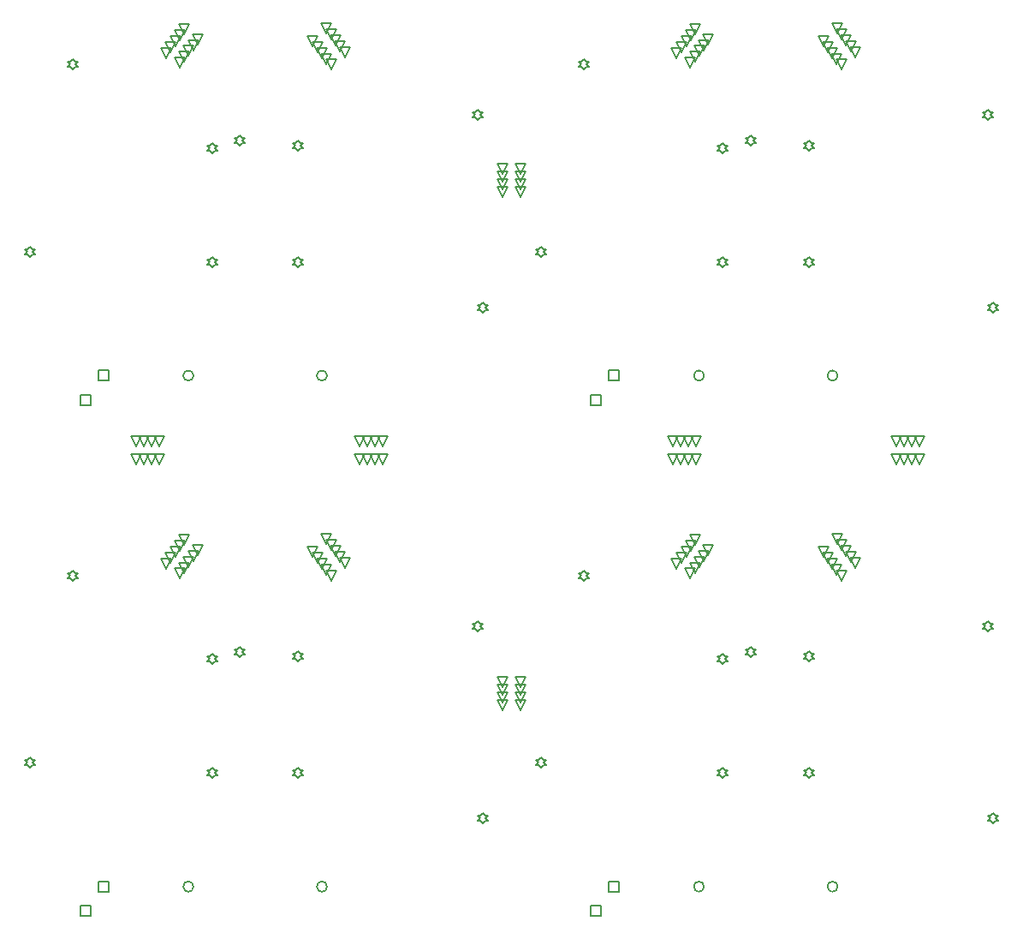
<source format=gbr>
G04*
G04 #@! TF.GenerationSoftware,Altium Limited,Altium Designer,23.1.1 (15)*
G04*
G04 Layer_Color=2752767*
%FSLAX25Y25*%
%MOIN*%
G70*
G04*
G04 #@! TF.SameCoordinates,E066B419-5711-4A73-A0CA-953248983CDD*
G04*
G04*
G04 #@! TF.FilePolarity,Positive*
G04*
G01*
G75*
%ADD31C,0.00500*%
%ADD33C,0.00667*%
D31*
X290669Y192386D02*
X288669Y196386D01*
X292669D01*
X290669Y192386D01*
Y195386D02*
X288669Y199386D01*
X292669D01*
X290669Y195386D01*
Y198386D02*
X288669Y202386D01*
X292669D01*
X290669Y198386D01*
Y201386D02*
X288669Y205386D01*
X292669D01*
X290669Y201386D01*
X297669D02*
X295669Y205386D01*
X299669D01*
X297669Y201386D01*
Y195386D02*
X295669Y199386D01*
X299669D01*
X297669Y195386D01*
Y192386D02*
X295669Y196386D01*
X299669D01*
X297669Y192386D01*
Y198386D02*
X295669Y202386D01*
X299669D01*
X297669Y198386D01*
X297913Y400858D02*
X295913Y404858D01*
X299913D01*
X297913Y400858D01*
Y397858D02*
X295913Y401858D01*
X299913D01*
X297913Y397858D01*
Y394858D02*
X295913Y398858D01*
X299913D01*
X297913Y394858D01*
Y391858D02*
X295913Y395858D01*
X299913D01*
X297913Y391858D01*
X290913D02*
X288913Y395858D01*
X292913D01*
X290913Y391858D01*
Y397858D02*
X288913Y401858D01*
X292913D01*
X290913Y397858D01*
Y400858D02*
X288913Y404858D01*
X292913D01*
X290913Y400858D01*
Y394858D02*
X288913Y398858D01*
X292913D01*
X290913Y394858D01*
X453000Y288000D02*
X451000Y292000D01*
X455000D01*
X453000Y288000D01*
X450000D02*
X448000Y292000D01*
X452000D01*
X450000Y288000D01*
X447000D02*
X445000Y292000D01*
X449000D01*
X447000Y288000D01*
X444000D02*
X442000Y292000D01*
X446000D01*
X444000Y288000D01*
Y295000D02*
X442000Y299000D01*
X446000D01*
X444000Y295000D01*
X450000D02*
X448000Y299000D01*
X452000D01*
X450000Y295000D01*
X453000D02*
X451000Y299000D01*
X455000D01*
X453000Y295000D01*
X447000D02*
X445000Y299000D01*
X449000D01*
X447000Y295000D01*
X360000D02*
X358000Y299000D01*
X362000D01*
X360000Y295000D01*
X366000D02*
X364000Y299000D01*
X368000D01*
X366000Y295000D01*
X363000D02*
X361000Y299000D01*
X365000D01*
X363000Y295000D01*
X357000D02*
X355000Y299000D01*
X359000D01*
X357000Y295000D01*
Y288000D02*
X355000Y292000D01*
X359000D01*
X357000Y288000D01*
X360000D02*
X358000Y292000D01*
X362000D01*
X360000Y288000D01*
X363000D02*
X361000Y292000D01*
X365000D01*
X363000Y288000D01*
X366000D02*
X364000Y292000D01*
X368000D01*
X366000Y288000D01*
X235000Y295000D02*
X233000Y299000D01*
X237000D01*
X235000Y295000D01*
X238000D02*
X236000Y299000D01*
X240000D01*
X238000Y295000D01*
X241000D02*
X239000Y299000D01*
X243000D01*
X241000Y295000D01*
X244000D02*
X242000Y299000D01*
X246000D01*
X244000Y295000D01*
Y288000D02*
X242000Y292000D01*
X246000D01*
X244000Y288000D01*
X238000D02*
X236000Y292000D01*
X240000D01*
X238000Y288000D01*
X235000D02*
X233000Y292000D01*
X237000D01*
X235000Y288000D01*
X241000D02*
X239000Y292000D01*
X243000D01*
X241000Y288000D01*
X154000D02*
X152000Y292000D01*
X156000D01*
X154000Y288000D01*
X148000D02*
X146000Y292000D01*
X150000D01*
X148000Y288000D01*
X151000D02*
X149000Y292000D01*
X153000D01*
X151000Y288000D01*
X157000D02*
X155000Y292000D01*
X159000D01*
X157000Y288000D01*
Y295000D02*
X155000Y299000D01*
X159000D01*
X157000Y295000D01*
X154000D02*
X152000Y299000D01*
X156000D01*
X154000Y295000D01*
X151000D02*
X149000Y299000D01*
X153000D01*
X151000Y295000D01*
X148000D02*
X146000Y299000D01*
X150000D01*
X148000Y295000D01*
X133433Y121622D02*
Y125622D01*
X137433D01*
Y121622D01*
X133433D01*
X126325Y112189D02*
Y116189D01*
X130325D01*
Y112189D01*
X126325D01*
X188583Y212961D02*
X189583Y213961D01*
X190583D01*
X189583Y214961D01*
X190583Y215961D01*
X189583D01*
X188583Y216961D01*
X187583Y215961D01*
X186583D01*
X187583Y214961D01*
X186583Y213961D01*
X187583D01*
X188583Y212961D01*
X229416Y247496D02*
X227416Y251496D01*
X231416D01*
X229416Y247496D01*
X227616Y249896D02*
X225616Y253896D01*
X229616D01*
X227616Y249896D01*
X225716Y252196D02*
X223716Y256196D01*
X227716D01*
X225716Y252196D01*
X224016Y254496D02*
X222016Y258496D01*
X226016D01*
X224016Y254496D01*
X222316Y256796D02*
X220316Y260796D01*
X224316D01*
X222316Y256796D01*
X172129Y252538D02*
X170129Y256538D01*
X174129D01*
X172129Y252538D01*
X170329Y250238D02*
X168329Y254238D01*
X172329D01*
X170329Y250238D01*
X168629Y247938D02*
X166629Y251938D01*
X170629D01*
X168629Y247938D01*
X166929Y245638D02*
X164929Y249638D01*
X168929D01*
X166929Y245638D01*
X165029Y243438D02*
X163029Y247438D01*
X167029D01*
X165029Y243438D01*
X211221Y165913D02*
X212221Y166913D01*
X213221D01*
X212221Y167913D01*
X213221Y168913D01*
X212221D01*
X211221Y169913D01*
X210221Y168913D01*
X209221D01*
X210221Y167913D01*
X209221Y166913D01*
X210221D01*
X211221Y165913D01*
Y211189D02*
X212221Y212189D01*
X213221D01*
X212221Y213189D01*
X213221Y214189D01*
X212221D01*
X211221Y215189D01*
X210221Y214189D01*
X209221D01*
X210221Y213189D01*
X209221Y212189D01*
X210221D01*
X211221Y211189D01*
X177756Y165913D02*
X178756Y166913D01*
X179756D01*
X178756Y167913D01*
X179756Y168913D01*
X178756D01*
X177756Y169913D01*
X176756Y168913D01*
X175756D01*
X176756Y167913D01*
X175756Y166913D01*
X176756D01*
X177756Y165913D01*
Y210205D02*
X178756Y211205D01*
X179756D01*
X178756Y212205D01*
X179756Y213205D01*
X178756D01*
X177756Y214205D01*
X176756Y213205D01*
X175756D01*
X176756Y212205D01*
X175756Y211205D01*
X176756D01*
X177756Y210205D01*
X123622Y242685D02*
X124622Y243685D01*
X125622D01*
X124622Y244685D01*
X125622Y245685D01*
X124622D01*
X123622Y246685D01*
X122622Y245685D01*
X121622D01*
X122622Y244685D01*
X121622Y243685D01*
X122622D01*
X123622Y242685D01*
X106890Y169850D02*
X107890Y170850D01*
X108890D01*
X107890Y171850D01*
X108890Y172850D01*
X107890D01*
X106890Y173850D01*
X105890Y172850D01*
X104890D01*
X105890Y171850D01*
X104890Y170850D01*
X105890D01*
X106890Y169850D01*
X283071Y148197D02*
X284071Y149197D01*
X285071D01*
X284071Y150197D01*
X285071Y151197D01*
X284071D01*
X283071Y152197D01*
X282071Y151197D01*
X281071D01*
X282071Y150197D01*
X281071Y149197D01*
X282071D01*
X283071Y148197D01*
X281102Y223000D02*
X282102Y224000D01*
X283102D01*
X282102Y225000D01*
X283102Y226000D01*
X282102D01*
X281102Y227000D01*
X280102Y226000D01*
X279102D01*
X280102Y225000D01*
X279102Y224000D01*
X280102D01*
X281102Y223000D01*
X216916Y251785D02*
X214916Y255785D01*
X218916D01*
X216916Y251785D01*
X218716Y249485D02*
X216716Y253485D01*
X220716D01*
X218716Y249485D01*
X220416Y247185D02*
X218416Y251185D01*
X222416D01*
X220416Y247185D01*
X222116Y244885D02*
X220116Y248885D01*
X224116D01*
X222116Y244885D01*
X224016Y242685D02*
X222016Y246685D01*
X226016D01*
X224016Y242685D01*
X159829Y247165D02*
X157829Y251165D01*
X161829D01*
X159829Y247165D01*
X161629Y249565D02*
X159629Y253565D01*
X163629D01*
X161629Y249565D01*
X163529Y251865D02*
X161529Y255865D01*
X165529D01*
X163529Y251865D01*
X165229Y254165D02*
X163229Y258165D01*
X167229D01*
X165229Y254165D01*
X166929Y256465D02*
X164929Y260465D01*
X168929D01*
X166929Y256465D01*
X332252Y121622D02*
Y125622D01*
X336252D01*
Y121622D01*
X332252D01*
X325144Y112189D02*
Y116189D01*
X329144D01*
Y112189D01*
X325144D01*
X387402Y212961D02*
X388402Y213961D01*
X389402D01*
X388402Y214961D01*
X389402Y215961D01*
X388402D01*
X387402Y216961D01*
X386402Y215961D01*
X385402D01*
X386402Y214961D01*
X385402Y213961D01*
X386402D01*
X387402Y212961D01*
X428235Y247496D02*
X426235Y251496D01*
X430235D01*
X428235Y247496D01*
X426435Y249896D02*
X424435Y253896D01*
X428435D01*
X426435Y249896D01*
X424535Y252196D02*
X422535Y256196D01*
X426535D01*
X424535Y252196D01*
X422835Y254496D02*
X420835Y258496D01*
X424835D01*
X422835Y254496D01*
X421135Y256796D02*
X419135Y260796D01*
X423135D01*
X421135Y256796D01*
X370948Y252538D02*
X368948Y256538D01*
X372948D01*
X370948Y252538D01*
X369148Y250238D02*
X367148Y254238D01*
X371148D01*
X369148Y250238D01*
X367448Y247938D02*
X365448Y251938D01*
X369448D01*
X367448Y247938D01*
X365748Y245638D02*
X363748Y249638D01*
X367748D01*
X365748Y245638D01*
X363848Y243438D02*
X361848Y247438D01*
X365848D01*
X363848Y243438D01*
X410039Y165913D02*
X411039Y166913D01*
X412039D01*
X411039Y167913D01*
X412039Y168913D01*
X411039D01*
X410039Y169913D01*
X409039Y168913D01*
X408039D01*
X409039Y167913D01*
X408039Y166913D01*
X409039D01*
X410039Y165913D01*
Y211189D02*
X411039Y212189D01*
X412039D01*
X411039Y213189D01*
X412039Y214189D01*
X411039D01*
X410039Y215189D01*
X409039Y214189D01*
X408039D01*
X409039Y213189D01*
X408039Y212189D01*
X409039D01*
X410039Y211189D01*
X376575Y165913D02*
X377575Y166913D01*
X378575D01*
X377575Y167913D01*
X378575Y168913D01*
X377575D01*
X376575Y169913D01*
X375575Y168913D01*
X374575D01*
X375575Y167913D01*
X374575Y166913D01*
X375575D01*
X376575Y165913D01*
Y210205D02*
X377575Y211205D01*
X378575D01*
X377575Y212205D01*
X378575Y213205D01*
X377575D01*
X376575Y214205D01*
X375575Y213205D01*
X374575D01*
X375575Y212205D01*
X374575Y211205D01*
X375575D01*
X376575Y210205D01*
X322441Y242685D02*
X323441Y243685D01*
X324441D01*
X323441Y244685D01*
X324441Y245685D01*
X323441D01*
X322441Y246685D01*
X321441Y245685D01*
X320441D01*
X321441Y244685D01*
X320441Y243685D01*
X321441D01*
X322441Y242685D01*
X305709Y169850D02*
X306709Y170850D01*
X307709D01*
X306709Y171850D01*
X307709Y172850D01*
X306709D01*
X305709Y173850D01*
X304709Y172850D01*
X303709D01*
X304709Y171850D01*
X303709Y170850D01*
X304709D01*
X305709Y169850D01*
X481890Y148197D02*
X482890Y149197D01*
X483890D01*
X482890Y150197D01*
X483890Y151197D01*
X482890D01*
X481890Y152197D01*
X480890Y151197D01*
X479890D01*
X480890Y150197D01*
X479890Y149197D01*
X480890D01*
X481890Y148197D01*
X479921Y223000D02*
X480921Y224000D01*
X481921D01*
X480921Y225000D01*
X481921Y226000D01*
X480921D01*
X479921Y227000D01*
X478921Y226000D01*
X477921D01*
X478921Y225000D01*
X477921Y224000D01*
X478921D01*
X479921Y223000D01*
X415735Y251785D02*
X413735Y255785D01*
X417735D01*
X415735Y251785D01*
X417535Y249485D02*
X415535Y253485D01*
X419535D01*
X417535Y249485D01*
X419235Y247185D02*
X417235Y251185D01*
X421235D01*
X419235Y247185D01*
X420935Y244885D02*
X418935Y248885D01*
X422935D01*
X420935Y244885D01*
X422835Y242685D02*
X420835Y246685D01*
X424835D01*
X422835Y242685D01*
X358648Y247165D02*
X356648Y251165D01*
X360648D01*
X358648Y247165D01*
X360448Y249565D02*
X358448Y253565D01*
X362448D01*
X360448Y249565D01*
X362348Y251865D02*
X360348Y255865D01*
X364348D01*
X362348Y251865D01*
X364048Y254165D02*
X362048Y258165D01*
X366048D01*
X364048Y254165D01*
X365748Y256465D02*
X363748Y260465D01*
X367748D01*
X365748Y256465D01*
X133433Y320441D02*
Y324441D01*
X137433D01*
Y320441D01*
X133433D01*
X126325Y311008D02*
Y315008D01*
X130325D01*
Y311008D01*
X126325D01*
X188583Y411779D02*
X189583Y412780D01*
X190583D01*
X189583Y413779D01*
X190583Y414780D01*
X189583D01*
X188583Y415779D01*
X187583Y414780D01*
X186583D01*
X187583Y413779D01*
X186583Y412780D01*
X187583D01*
X188583Y411779D01*
X229416Y446315D02*
X227416Y450315D01*
X231416D01*
X229416Y446315D01*
X227616Y448715D02*
X225616Y452715D01*
X229616D01*
X227616Y448715D01*
X225716Y451015D02*
X223716Y455015D01*
X227716D01*
X225716Y451015D01*
X224016Y453315D02*
X222016Y457315D01*
X226016D01*
X224016Y453315D01*
X222316Y455615D02*
X220316Y459615D01*
X224316D01*
X222316Y455615D01*
X172129Y451357D02*
X170129Y455357D01*
X174129D01*
X172129Y451357D01*
X170329Y449057D02*
X168329Y453057D01*
X172329D01*
X170329Y449057D01*
X168629Y446757D02*
X166629Y450757D01*
X170629D01*
X168629Y446757D01*
X166929Y444457D02*
X164929Y448457D01*
X168929D01*
X166929Y444457D01*
X165029Y442257D02*
X163029Y446257D01*
X167029D01*
X165029Y442257D01*
X211221Y364732D02*
X212221Y365732D01*
X213221D01*
X212221Y366732D01*
X213221Y367732D01*
X212221D01*
X211221Y368732D01*
X210221Y367732D01*
X209221D01*
X210221Y366732D01*
X209221Y365732D01*
X210221D01*
X211221Y364732D01*
Y410008D02*
X212221Y411008D01*
X213221D01*
X212221Y412008D01*
X213221Y413008D01*
X212221D01*
X211221Y414008D01*
X210221Y413008D01*
X209221D01*
X210221Y412008D01*
X209221Y411008D01*
X210221D01*
X211221Y410008D01*
X177756Y364732D02*
X178756Y365732D01*
X179756D01*
X178756Y366732D01*
X179756Y367732D01*
X178756D01*
X177756Y368732D01*
X176756Y367732D01*
X175756D01*
X176756Y366732D01*
X175756Y365732D01*
X176756D01*
X177756Y364732D01*
Y409024D02*
X178756Y410024D01*
X179756D01*
X178756Y411024D01*
X179756Y412024D01*
X178756D01*
X177756Y413024D01*
X176756Y412024D01*
X175756D01*
X176756Y411024D01*
X175756Y410024D01*
X176756D01*
X177756Y409024D01*
X123622Y441504D02*
X124622Y442504D01*
X125622D01*
X124622Y443504D01*
X125622Y444504D01*
X124622D01*
X123622Y445504D01*
X122622Y444504D01*
X121622D01*
X122622Y443504D01*
X121622Y442504D01*
X122622D01*
X123622Y441504D01*
X106890Y368669D02*
X107890Y369669D01*
X108890D01*
X107890Y370669D01*
X108890Y371669D01*
X107890D01*
X106890Y372669D01*
X105890Y371669D01*
X104890D01*
X105890Y370669D01*
X104890Y369669D01*
X105890D01*
X106890Y368669D01*
X283071Y347016D02*
X284071Y348016D01*
X285071D01*
X284071Y349016D01*
X285071Y350016D01*
X284071D01*
X283071Y351016D01*
X282071Y350016D01*
X281071D01*
X282071Y349016D01*
X281071Y348016D01*
X282071D01*
X283071Y347016D01*
X281102Y421819D02*
X282102Y422819D01*
X283102D01*
X282102Y423819D01*
X283102Y424819D01*
X282102D01*
X281102Y425819D01*
X280102Y424819D01*
X279102D01*
X280102Y423819D01*
X279102Y422819D01*
X280102D01*
X281102Y421819D01*
X216916Y450604D02*
X214916Y454604D01*
X218916D01*
X216916Y450604D01*
X218716Y448304D02*
X216716Y452304D01*
X220716D01*
X218716Y448304D01*
X220416Y446004D02*
X218416Y450004D01*
X222416D01*
X220416Y446004D01*
X222116Y443704D02*
X220116Y447704D01*
X224116D01*
X222116Y443704D01*
X224016Y441504D02*
X222016Y445504D01*
X226016D01*
X224016Y441504D01*
X159829Y445984D02*
X157829Y449984D01*
X161829D01*
X159829Y445984D01*
X161629Y448384D02*
X159629Y452384D01*
X163629D01*
X161629Y448384D01*
X163529Y450683D02*
X161529Y454683D01*
X165529D01*
X163529Y450683D01*
X165229Y452984D02*
X163229Y456984D01*
X167229D01*
X165229Y452984D01*
X166929Y455283D02*
X164929Y459283D01*
X168929D01*
X166929Y455283D01*
X332252Y320441D02*
Y324441D01*
X336252D01*
Y320441D01*
X332252D01*
X325144Y311008D02*
Y315008D01*
X329144D01*
Y311008D01*
X325144D01*
X387402Y411779D02*
X388402Y412780D01*
X389402D01*
X388402Y413779D01*
X389402Y414780D01*
X388402D01*
X387402Y415779D01*
X386402Y414780D01*
X385402D01*
X386402Y413779D01*
X385402Y412780D01*
X386402D01*
X387402Y411779D01*
X428235Y446315D02*
X426235Y450315D01*
X430235D01*
X428235Y446315D01*
X426435Y448715D02*
X424435Y452715D01*
X428435D01*
X426435Y448715D01*
X424535Y451015D02*
X422535Y455015D01*
X426535D01*
X424535Y451015D01*
X422835Y453315D02*
X420835Y457315D01*
X424835D01*
X422835Y453315D01*
X421135Y455615D02*
X419135Y459615D01*
X423135D01*
X421135Y455615D01*
X370948Y451357D02*
X368948Y455357D01*
X372948D01*
X370948Y451357D01*
X369148Y449057D02*
X367148Y453057D01*
X371148D01*
X369148Y449057D01*
X367448Y446757D02*
X365448Y450757D01*
X369448D01*
X367448Y446757D01*
X365748Y444457D02*
X363748Y448457D01*
X367748D01*
X365748Y444457D01*
X363848Y442257D02*
X361848Y446257D01*
X365848D01*
X363848Y442257D01*
X410039Y364732D02*
X411039Y365732D01*
X412039D01*
X411039Y366732D01*
X412039Y367732D01*
X411039D01*
X410039Y368732D01*
X409039Y367732D01*
X408039D01*
X409039Y366732D01*
X408039Y365732D01*
X409039D01*
X410039Y364732D01*
Y410008D02*
X411039Y411008D01*
X412039D01*
X411039Y412008D01*
X412039Y413008D01*
X411039D01*
X410039Y414008D01*
X409039Y413008D01*
X408039D01*
X409039Y412008D01*
X408039Y411008D01*
X409039D01*
X410039Y410008D01*
X376575Y364732D02*
X377575Y365732D01*
X378575D01*
X377575Y366732D01*
X378575Y367732D01*
X377575D01*
X376575Y368732D01*
X375575Y367732D01*
X374575D01*
X375575Y366732D01*
X374575Y365732D01*
X375575D01*
X376575Y364732D01*
Y409024D02*
X377575Y410024D01*
X378575D01*
X377575Y411024D01*
X378575Y412024D01*
X377575D01*
X376575Y413024D01*
X375575Y412024D01*
X374575D01*
X375575Y411024D01*
X374575Y410024D01*
X375575D01*
X376575Y409024D01*
X322441Y441504D02*
X323441Y442504D01*
X324441D01*
X323441Y443504D01*
X324441Y444504D01*
X323441D01*
X322441Y445504D01*
X321441Y444504D01*
X320441D01*
X321441Y443504D01*
X320441Y442504D01*
X321441D01*
X322441Y441504D01*
X305709Y368669D02*
X306709Y369669D01*
X307709D01*
X306709Y370669D01*
X307709Y371669D01*
X306709D01*
X305709Y372669D01*
X304709Y371669D01*
X303709D01*
X304709Y370669D01*
X303709Y369669D01*
X304709D01*
X305709Y368669D01*
X481890Y347016D02*
X482890Y348016D01*
X483890D01*
X482890Y349016D01*
X483890Y350016D01*
X482890D01*
X481890Y351016D01*
X480890Y350016D01*
X479890D01*
X480890Y349016D01*
X479890Y348016D01*
X480890D01*
X481890Y347016D01*
X479921Y421819D02*
X480921Y422819D01*
X481921D01*
X480921Y423819D01*
X481921Y424819D01*
X480921D01*
X479921Y425819D01*
X478921Y424819D01*
X477921D01*
X478921Y423819D01*
X477921Y422819D01*
X478921D01*
X479921Y421819D01*
X415735Y450604D02*
X413735Y454604D01*
X417735D01*
X415735Y450604D01*
X417535Y448304D02*
X415535Y452304D01*
X419535D01*
X417535Y448304D01*
X419235Y446004D02*
X417235Y450004D01*
X421235D01*
X419235Y446004D01*
X420935Y443704D02*
X418935Y447704D01*
X422935D01*
X420935Y443704D01*
X422835Y441504D02*
X420835Y445504D01*
X424835D01*
X422835Y441504D01*
X358648Y445984D02*
X356648Y449984D01*
X360648D01*
X358648Y445984D01*
X360448Y448384D02*
X358448Y452384D01*
X362448D01*
X360448Y448384D01*
X362348Y450683D02*
X360348Y454683D01*
X364348D01*
X362348Y450683D01*
X364048Y452984D02*
X362048Y456984D01*
X366048D01*
X364048Y452984D01*
X365748Y455283D02*
X363748Y459283D01*
X367748D01*
X365748Y455283D01*
D33*
X170484Y123622D02*
G03*
X170484Y123622I-2000J0D01*
G01*
X222492D02*
G03*
X222492Y123622I-2000J0D01*
G01*
X369303D02*
G03*
X369303Y123622I-2000J0D01*
G01*
X421311D02*
G03*
X421311Y123622I-2000J0D01*
G01*
X170484Y322441D02*
G03*
X170484Y322441I-2000J0D01*
G01*
X222492D02*
G03*
X222492Y322441I-2000J0D01*
G01*
X369303D02*
G03*
X369303Y322441I-2000J0D01*
G01*
X421311D02*
G03*
X421311Y322441I-2000J0D01*
G01*
M02*

</source>
